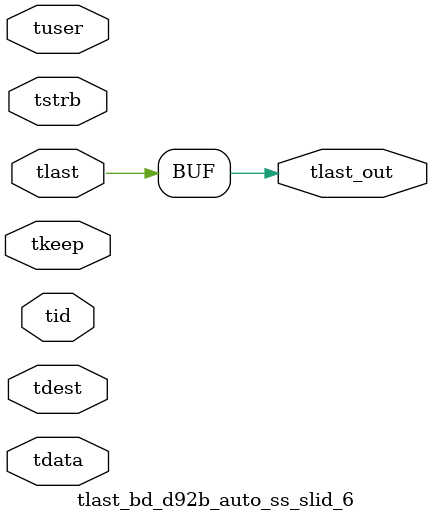
<source format=v>


`timescale 1ps/1ps

module tlast_bd_d92b_auto_ss_slid_6 #
(
parameter C_S_AXIS_TID_WIDTH   = 1,
parameter C_S_AXIS_TUSER_WIDTH = 0,
parameter C_S_AXIS_TDATA_WIDTH = 0,
parameter C_S_AXIS_TDEST_WIDTH = 0
)
(
input  [(C_S_AXIS_TID_WIDTH   == 0 ? 1 : C_S_AXIS_TID_WIDTH)-1:0       ] tid,
input  [(C_S_AXIS_TDATA_WIDTH == 0 ? 1 : C_S_AXIS_TDATA_WIDTH)-1:0     ] tdata,
input  [(C_S_AXIS_TUSER_WIDTH == 0 ? 1 : C_S_AXIS_TUSER_WIDTH)-1:0     ] tuser,
input  [(C_S_AXIS_TDEST_WIDTH == 0 ? 1 : C_S_AXIS_TDEST_WIDTH)-1:0     ] tdest,
input  [(C_S_AXIS_TDATA_WIDTH/8)-1:0 ] tkeep,
input  [(C_S_AXIS_TDATA_WIDTH/8)-1:0 ] tstrb,
input  [0:0]                                                             tlast,
output                                                                   tlast_out
);

assign tlast_out = {tlast};

endmodule


</source>
